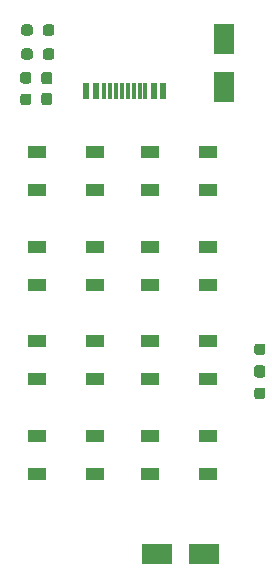
<source format=gbr>
G04 #@! TF.GenerationSoftware,KiCad,Pcbnew,(5.1.9-0-10_14)*
G04 #@! TF.CreationDate,2021-03-02T20:08:02+08:00*
G04 #@! TF.ProjectId,mikroBUS-L,6d696b72-6f42-4555-932d-4c2e6b696361,rev?*
G04 #@! TF.SameCoordinates,Original*
G04 #@! TF.FileFunction,Paste,Top*
G04 #@! TF.FilePolarity,Positive*
%FSLAX46Y46*%
G04 Gerber Fmt 4.6, Leading zero omitted, Abs format (unit mm)*
G04 Created by KiCad (PCBNEW (5.1.9-0-10_14)) date 2021-03-02 20:08:02*
%MOMM*%
%LPD*%
G01*
G04 APERTURE LIST*
%ADD10R,2.500000X1.800000*%
%ADD11R,1.800000X2.500000*%
%ADD12R,0.600000X1.450000*%
%ADD13R,0.300000X1.450000*%
%ADD14R,1.500000X1.000000*%
G04 APERTURE END LIST*
G36*
G01*
X168672500Y-91484000D02*
X169147500Y-91484000D01*
G75*
G02*
X169385000Y-91721500I0J-237500D01*
G01*
X169385000Y-92221500D01*
G75*
G02*
X169147500Y-92459000I-237500J0D01*
G01*
X168672500Y-92459000D01*
G75*
G02*
X168435000Y-92221500I0J237500D01*
G01*
X168435000Y-91721500D01*
G75*
G02*
X168672500Y-91484000I237500J0D01*
G01*
G37*
G36*
G01*
X168672500Y-89659000D02*
X169147500Y-89659000D01*
G75*
G02*
X169385000Y-89896500I0J-237500D01*
G01*
X169385000Y-90396500D01*
G75*
G02*
X169147500Y-90634000I-237500J0D01*
G01*
X168672500Y-90634000D01*
G75*
G02*
X168435000Y-90396500I0J237500D01*
G01*
X168435000Y-89896500D01*
G75*
G02*
X168672500Y-89659000I237500J0D01*
G01*
G37*
G36*
G01*
X169147500Y-92539000D02*
X168672500Y-92539000D01*
G75*
G02*
X168435000Y-92301500I0J237500D01*
G01*
X168435000Y-91801500D01*
G75*
G02*
X168672500Y-91564000I237500J0D01*
G01*
X169147500Y-91564000D01*
G75*
G02*
X169385000Y-91801500I0J-237500D01*
G01*
X169385000Y-92301500D01*
G75*
G02*
X169147500Y-92539000I-237500J0D01*
G01*
G37*
G36*
G01*
X169147500Y-94364000D02*
X168672500Y-94364000D01*
G75*
G02*
X168435000Y-94126500I0J237500D01*
G01*
X168435000Y-93626500D01*
G75*
G02*
X168672500Y-93389000I237500J0D01*
G01*
X169147500Y-93389000D01*
G75*
G02*
X169385000Y-93626500I0J-237500D01*
G01*
X169385000Y-94126500D01*
G75*
G02*
X169147500Y-94364000I-237500J0D01*
G01*
G37*
D10*
X164179000Y-107442000D03*
X160179000Y-107442000D03*
G36*
G01*
X149689000Y-64913500D02*
X149689000Y-65388500D01*
G75*
G02*
X149451500Y-65626000I-237500J0D01*
G01*
X148951500Y-65626000D01*
G75*
G02*
X148714000Y-65388500I0J237500D01*
G01*
X148714000Y-64913500D01*
G75*
G02*
X148951500Y-64676000I237500J0D01*
G01*
X149451500Y-64676000D01*
G75*
G02*
X149689000Y-64913500I0J-237500D01*
G01*
G37*
G36*
G01*
X151514000Y-64913500D02*
X151514000Y-65388500D01*
G75*
G02*
X151276500Y-65626000I-237500J0D01*
G01*
X150776500Y-65626000D01*
G75*
G02*
X150539000Y-65388500I0J237500D01*
G01*
X150539000Y-64913500D01*
G75*
G02*
X150776500Y-64676000I237500J0D01*
G01*
X151276500Y-64676000D01*
G75*
G02*
X151514000Y-64913500I0J-237500D01*
G01*
G37*
G36*
G01*
X149689000Y-62881500D02*
X149689000Y-63356500D01*
G75*
G02*
X149451500Y-63594000I-237500J0D01*
G01*
X148951500Y-63594000D01*
G75*
G02*
X148714000Y-63356500I0J237500D01*
G01*
X148714000Y-62881500D01*
G75*
G02*
X148951500Y-62644000I237500J0D01*
G01*
X149451500Y-62644000D01*
G75*
G02*
X149689000Y-62881500I0J-237500D01*
G01*
G37*
G36*
G01*
X151514000Y-62881500D02*
X151514000Y-63356500D01*
G75*
G02*
X151276500Y-63594000I-237500J0D01*
G01*
X150776500Y-63594000D01*
G75*
G02*
X150539000Y-63356500I0J237500D01*
G01*
X150539000Y-62881500D01*
G75*
G02*
X150776500Y-62644000I237500J0D01*
G01*
X151276500Y-62644000D01*
G75*
G02*
X151514000Y-62881500I0J-237500D01*
G01*
G37*
D11*
X165862000Y-63913000D03*
X165862000Y-67913000D03*
G36*
G01*
X148860500Y-68497000D02*
X149335500Y-68497000D01*
G75*
G02*
X149573000Y-68734500I0J-237500D01*
G01*
X149573000Y-69234500D01*
G75*
G02*
X149335500Y-69472000I-237500J0D01*
G01*
X148860500Y-69472000D01*
G75*
G02*
X148623000Y-69234500I0J237500D01*
G01*
X148623000Y-68734500D01*
G75*
G02*
X148860500Y-68497000I237500J0D01*
G01*
G37*
G36*
G01*
X148860500Y-66672000D02*
X149335500Y-66672000D01*
G75*
G02*
X149573000Y-66909500I0J-237500D01*
G01*
X149573000Y-67409500D01*
G75*
G02*
X149335500Y-67647000I-237500J0D01*
G01*
X148860500Y-67647000D01*
G75*
G02*
X148623000Y-67409500I0J237500D01*
G01*
X148623000Y-66909500D01*
G75*
G02*
X148860500Y-66672000I237500J0D01*
G01*
G37*
D12*
X154230000Y-68307000D03*
X155030000Y-68307000D03*
X159930000Y-68307000D03*
X160730000Y-68307000D03*
X160730000Y-68307000D03*
X159930000Y-68307000D03*
X155030000Y-68307000D03*
X154230000Y-68307000D03*
D13*
X159230000Y-68307000D03*
X158730000Y-68307000D03*
X158230000Y-68307000D03*
X157230000Y-68307000D03*
X156730000Y-68307000D03*
X156230000Y-68307000D03*
X155730000Y-68307000D03*
X157730000Y-68307000D03*
D14*
X150077000Y-97476001D03*
X150077000Y-100676001D03*
X154977000Y-97476001D03*
X154977000Y-100676001D03*
X159602000Y-73457000D03*
X159602000Y-76657000D03*
X164502000Y-73457000D03*
X164502000Y-76657000D03*
X150077000Y-89469666D03*
X150077000Y-92669666D03*
X154977000Y-89469666D03*
X154977000Y-92669666D03*
X159602000Y-81463333D03*
X159602000Y-84663333D03*
X164502000Y-81463333D03*
X164502000Y-84663333D03*
X150077000Y-81463333D03*
X150077000Y-84663333D03*
X154977000Y-81463333D03*
X154977000Y-84663333D03*
X159602000Y-89469666D03*
X159602000Y-92669666D03*
X164502000Y-89469666D03*
X164502000Y-92669666D03*
X150077000Y-73457000D03*
X150077000Y-76657000D03*
X154977000Y-73457000D03*
X154977000Y-76657000D03*
X159602000Y-97476001D03*
X159602000Y-100676001D03*
X164502000Y-97476001D03*
X164502000Y-100676001D03*
G36*
G01*
X150638500Y-68422000D02*
X151113500Y-68422000D01*
G75*
G02*
X151351000Y-68659500I0J-237500D01*
G01*
X151351000Y-69234500D01*
G75*
G02*
X151113500Y-69472000I-237500J0D01*
G01*
X150638500Y-69472000D01*
G75*
G02*
X150401000Y-69234500I0J237500D01*
G01*
X150401000Y-68659500D01*
G75*
G02*
X150638500Y-68422000I237500J0D01*
G01*
G37*
G36*
G01*
X150638500Y-66672000D02*
X151113500Y-66672000D01*
G75*
G02*
X151351000Y-66909500I0J-237500D01*
G01*
X151351000Y-67484500D01*
G75*
G02*
X151113500Y-67722000I-237500J0D01*
G01*
X150638500Y-67722000D01*
G75*
G02*
X150401000Y-67484500I0J237500D01*
G01*
X150401000Y-66909500D01*
G75*
G02*
X150638500Y-66672000I237500J0D01*
G01*
G37*
M02*

</source>
